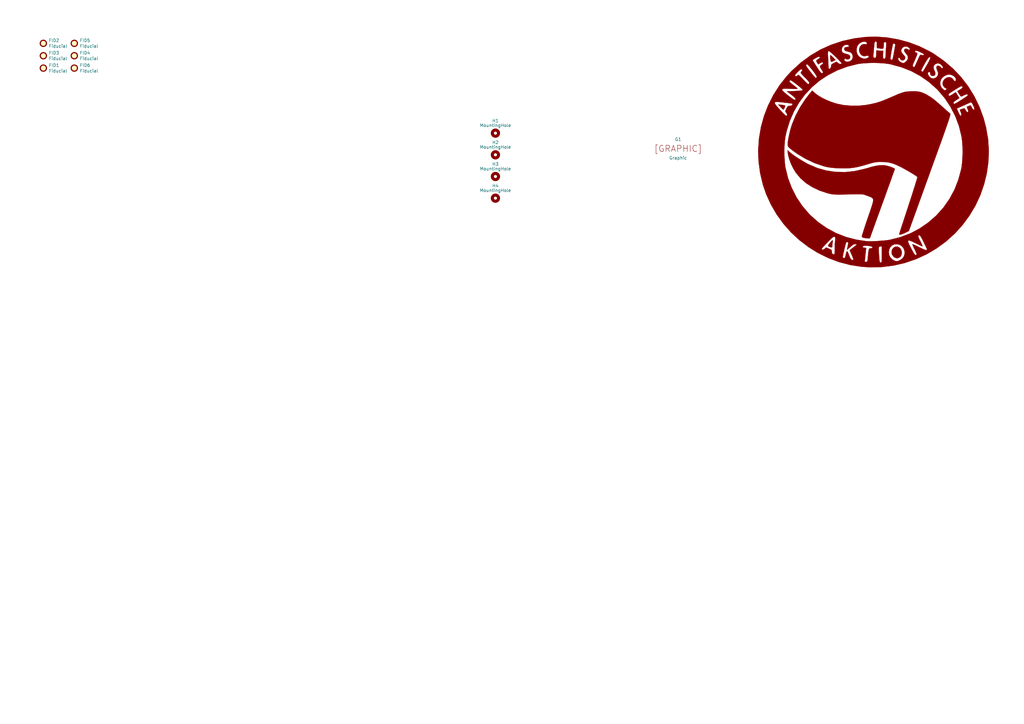
<source format=kicad_sch>
(kicad_sch (version 20211123) (generator eeschema)
  (paper "A3")
  (title_block (date "2021-05-31") (rev "1") (company "Aki"))
  (lib_symbols
    (symbol "Mechanical:Fiducial"
      (property "Reference" "FID" (at 0 5.08 0))
      (property "Value" "Fiducial" (at 0 3.175 0))
      (symbol "Fiducial_0_1"
        (circle (center 0 0) (radius 1.27) (stroke (width 0.508)) (fill (type background)))
      )
    )
    (symbol "Mechanical:MountingHole" (pin_names (offset 1.016))
      (property "Reference" "H" (at 0 5.08 0))
      (property "Value" "MountingHole" (at 0 3.175 0))
      (symbol "MountingHole_0_1"
        (circle (center 0 0) (radius 1.27) (stroke (width 1.27)))
      )
    )
    (symbol "lethalbit-graphics:Antifaschistische_Aktion" (pin_names (offset 1.016))
      (property "Reference" "G" (at -1.27 3.81 0))
      (property "Value" "Antifaschistische_Aktion" (at -1.27 3.81 0))
      (symbol "Antifaschistische_Aktion_1_1"
        (polyline (pts (xy -36.7792 -32.2326) (xy -36.5506 -31.9278) (xy -36.2966 -31.3944) (xy -36.1442 -30.8864) (xy -36.1442 -30.5816) (xy -36.2966 -30.5054) (xy -36.8554 -30.4038) (xy -37.6428 -30.3022) (xy -38.989 -30.1498) (xy -37.9984 -31.1912) (xy -37.5666 -31.6484) (xy -37.084 -32.0802) (xy -36.83 -32.258) (xy -36.7792 -32.2326)) (stroke (width 0.0254)) (fill (type outline)))
        (polyline (pts (xy -16.8656 -12.5984) (xy -16.2306 -12.2936) (xy -15.4432 -11.8872) (xy -16.4084 -10.8966) (xy -16.8148 -10.4902) (xy -17.2974 -10.0584) (xy -17.5768 -9.906) (xy -17.6276 -9.9822) (xy -17.653 -10.414) (xy -17.6022 -11.0998) (xy -17.526 -11.7856) (xy -17.399 -12.3698) (xy -17.3482 -12.4968) (xy -17.1958 -12.6492) (xy -16.8656 -12.5984)) (stroke (width 0.0254)) (fill (type outline)))
        (polyline (pts (xy 10.3886 -93.1164) (xy 11.1506 -92.6592) (xy 11.5316 -92.0242) (xy 11.7348 -91.0844) (xy 11.6078 -90.0938) (xy 11.176 -89.2302) (xy 10.4902 -88.6714) (xy 9.8552 -88.4428) (xy 9.0424 -88.4682) (xy 8.255 -88.9508) (xy 7.747 -89.662) (xy 7.5184 -90.6526) (xy 7.6962 -91.6432) (xy 8.2804 -92.5322) (xy 8.636 -92.837) (xy 9.4996 -93.1926) (xy 10.3886 -93.1164)) (stroke (width 0.0254)) (fill (type outline)))
        (polyline (pts (xy -16.8148 -88.5698) (xy -16.764 -87.9348) (xy -16.764 -87.8586) (xy -16.7132 -87.0458) (xy -16.6116 -86.4108) (xy -16.5608 -86.0552) (xy -16.6878 -85.852) (xy -16.7386 -85.8774) (xy -17.0688 -86.1568) (xy -17.526 -86.6648) (xy -18.034 -87.2744) (xy -18.3896 -87.7824) (xy -18.542 -88.1126) (xy -18.3642 -88.3158) (xy -17.8562 -88.5698) (xy -17.399 -88.7222) (xy -16.9672 -88.7984) (xy -16.8148 -88.5698)) (stroke (width 0.0254)) (fill (type outline)))
        (polyline (pts (xy 3.7338 -70.9168) (xy 4.6228 -68.5038) (xy 5.4864 -66.0654) (xy 6.2992 -63.8302) (xy 7.0358 -61.8236) (xy 7.6454 -60.071) (xy 8.1534 -58.6232) (xy 8.5598 -57.5564) (xy 8.7884 -56.8452) (xy 8.89 -56.5912) (xy 8.8138 -56.4896) (xy 8.382 -56.2356) (xy 7.6708 -55.9308) (xy 6.7818 -55.6006) (xy 5.842 -55.3466) (xy 5.0038 -55.1434) (xy 4.0894 -55.0672) (xy 2.8194 -55.0672) (xy 1.3462 -55.2704) (xy -0.381 -55.6514) (xy -2.4638 -56.261) (xy -3.3782 -56.515) (xy -7.493 -57.4548) (xy -11.5062 -57.8866) (xy -15.3924 -57.8104) (xy -19.2024 -57.2516) (xy -22.9108 -56.2102) (xy -26.543 -54.6608) (xy -27.0002 -54.4322) (xy -28.5242 -53.5686) (xy -30.1498 -52.578) (xy -31.75 -51.562) (xy -33.147 -50.5714) (xy -34.2138 -49.7078) (xy -35.1536 -48.895) (xy -34.9758 -50.3936) (xy -34.8488 -51.1048) (xy -34.3916 -52.7304) (xy -33.7312 -54.483) (xy -32.8676 -56.261) (xy -31.9024 -57.8612) (xy -31.6484 -58.2422) (xy -29.7942 -60.452) (xy -27.5336 -62.4332) (xy -24.892 -64.1096) (xy -21.9202 -65.5066) (xy -18.669 -66.5734) (xy -18.1356 -66.7004) (xy -17.2212 -66.9036) (xy -16.3576 -67.0306) (xy -15.367 -67.0814) (xy -14.1732 -67.1068) (xy -12.573 -67.0814) (xy -10.8712 -67.056) (xy -8.9408 -67.0052) (xy -7.4168 -66.9798) (xy -5.3086 -66.9798) (xy -4.6228 -67.0052) (xy -4.0894 -67.056) (xy -3.683 -67.1576) (xy -3.302 -67.2846) (xy -2.8956 -67.437) (xy -2.3876 -67.6148) (xy -1.8034 -67.8434) (xy -1.1176 -68.0974) (xy -0.5842 -68.3514) (xy -0.254 -68.6308) (xy -0.0508 -69.0118) (xy 0 -69.5198) (xy -0.127 -70.2564) (xy -0.4064 -71.2724) (xy -0.8382 -72.5932) (xy -1.397 -74.2696) (xy -2.1336 -76.4032) (xy -2.3876 -77.1398) (xy -2.9972 -78.9432) (xy -3.5306 -80.5688) (xy -3.9878 -81.9912) (xy -4.3434 -83.1088) (xy -4.572 -83.8708) (xy -4.6736 -84.2264) (xy -4.5212 -84.6074) (xy -3.937 -84.836) (xy -3.1496 -84.963) (xy -2.286 -85.0392) (xy -1.397 -85.09) (xy 3.7338 -70.9168)) (stroke (width 0.0254)) (fill (type outline)))
        (polyline (pts (xy 12.0396 -83.2612) (xy 13.1064 -82.804) (xy 14.6304 -82.042) (xy 23.2918 -58.0898) (xy 24.6634 -54.2798) (xy 25.9334 -50.8) (xy 27.0256 -47.752) (xy 27.9908 -45.1104) (xy 28.8036 -42.8244) (xy 29.4894 -40.8686) (xy 30.0736 -39.2176) (xy 30.5308 -37.8714) (xy 30.9118 -36.7792) (xy 31.1912 -35.8902) (xy 31.3944 -35.2298) (xy 31.5214 -34.7218) (xy 31.5976 -34.3408) (xy 31.5976 -34.1122) (xy 31.5722 -33.9344) (xy 31.5214 -33.8328) (xy 31.4452 -33.782) (xy 31.3436 -33.6804) (xy 30.861 -33.274) (xy 30.099 -32.6136) (xy 29.1592 -31.7754) (xy 28.1432 -30.861) (xy 27.813 -30.5562) (xy 26.0604 -29.0322) (xy 24.5364 -27.7876) (xy 23.1648 -26.8478) (xy 21.8948 -26.0858) (xy 20.5994 -25.4762) (xy 19.8882 -25.1968) (xy 19.1516 -24.9682) (xy 18.3896 -24.8412) (xy 17.4244 -24.765) (xy 15.9766 -24.765) (xy 14.9352 -24.7904) (xy 14.0208 -24.8412) (xy 13.1826 -24.9428) (xy 12.2936 -25.1714) (xy 11.303 -25.5016) (xy 10.1092 -25.9588) (xy 8.636 -26.5938) (xy 6.7818 -27.4066) (xy 6.35 -27.5844) (xy 4.318 -28.448) (xy 2.54 -29.083) (xy 0.8382 -29.591) (xy -0.9652 -29.9974) (xy -2.9972 -30.353) (xy -3.0734 -30.3784) (xy -5.9944 -30.6578) (xy -9.0678 -30.6578) (xy -12.0904 -30.4038) (xy -14.859 -29.845) (xy -15.6718 -29.6164) (xy -17.526 -28.9814) (xy -19.4056 -28.194) (xy -21.1328 -27.3304) (xy -22.6314 -26.416) (xy -23.7744 -25.5778) (xy -25.019 -24.4348) (xy -26.3906 -26.1112) (xy -27.8638 -28.0162) (xy -29.9974 -31.2674) (xy -31.8008 -34.671) (xy -33.2232 -38.1) (xy -33.528 -38.989) (xy -34.0106 -40.6146) (xy -34.417 -42.291) (xy -34.7472 -43.8912) (xy -34.9758 -45.2882) (xy -35.052 -46.3296) (xy -35.052 -46.482) (xy -35.0266 -46.9646) (xy -34.8996 -47.371) (xy -34.5948 -47.752) (xy -34.036 -48.26) (xy -33.147 -48.9458) (xy -31.1658 -50.3936) (xy -27.6098 -52.5272) (xy -23.9014 -54.2544) (xy -20.1168 -55.5244) (xy -19.304 -55.7276) (xy -18.161 -55.9562) (xy -16.9418 -56.1086) (xy -15.5194 -56.2356) (xy -13.716 -56.3118) (xy -11.7348 -56.3372) (xy -9.8552 -56.2864) (xy -8.128 -56.1086) (xy -6.35 -55.7784) (xy -4.4196 -55.2958) (xy -2.159 -54.6354) (xy -0.7874 -54.229) (xy 0.3048 -53.975) (xy 1.2446 -53.7972) (xy 2.2352 -53.721) (xy 3.429 -53.721) (xy 4.699 -53.7464) (xy 6.2738 -53.9242) (xy 7.7724 -54.2798) (xy 9.3472 -54.864) (xy 11.176 -55.7276) (xy 11.7348 -56.007) (xy 12.827 -56.6166) (xy 13.9954 -57.277) (xy 15.1892 -57.9628) (xy 16.2814 -58.6232) (xy 17.1958 -59.2074) (xy 17.8308 -59.6392) (xy 18.1356 -59.8932) (xy 18.0594 -60.1726) (xy 17.8816 -60.9092) (xy 17.526 -62.0014) (xy 17.0942 -63.4492) (xy 16.5354 -65.1764) (xy 15.9258 -67.1576) (xy 15.2146 -69.3166) (xy 14.4526 -71.628) (xy 14.4526 -71.6788) (xy 13.6906 -73.9902) (xy 12.9794 -76.1492) (xy 12.3444 -78.1304) (xy 11.7602 -79.8576) (xy 11.303 -81.28) (xy 10.9474 -82.3722) (xy 10.7442 -83.0834) (xy 10.668 -83.3628) (xy 10.7696 -83.5152) (xy 11.2522 -83.5152) (xy 12.0396 -83.2612)) (stroke (width 0.0254)) (fill (type outline)))
        (polyline (pts (xy 3.5814 -96.8248) (xy 8.3566 -96.2152) (xy 13.0048 -95.1484) (xy 17.526 -93.599) (xy 21.8694 -91.6178) (xy 26.0096 -89.1794) (xy 29.8958 -86.3346) (xy 33.528 -83.058) (xy 36.6268 -79.629) (xy 39.4716 -75.7682) (xy 41.91 -71.7042) (xy 43.9166 -67.4116) (xy 45.466 -62.9666) (xy 46.5836 -58.42) (xy 47.244 -53.7464) (xy 47.4218 -49.0474) (xy 47.117 -44.323) (xy 46.3042 -39.6494) (xy 45.2882 -35.7632) (xy 43.5864 -31.1404) (xy 41.4782 -26.7716) (xy 38.9382 -22.6568) (xy 35.9918 -18.8468) (xy 32.639 -15.3416) (xy 28.9052 -12.1666) (xy 24.8158 -9.3218) (xy 23.0378 -8.2804) (xy 18.9484 -6.2738) (xy 14.6304 -4.6482) (xy 10.1854 -3.4544) (xy 5.6388 -2.667) (xy 1.1176 -2.3368) (xy -3.3274 -2.4892) (xy -7.747 -3.048) (xy -12.5984 -4.1148) (xy -17.1958 -5.6388) (xy -21.5646 -7.5946) (xy -21.6916 -7.6708) (xy -12.9286 -7.6708) (xy -12.7254 -6.7818) (xy -12.192 -6.096) (xy -11.43 -5.6896) (xy -10.541 -5.6896) (xy -10.0838 -5.8928) (xy -9.906 -6.1976) (xy -10.16 -6.477) (xy -10.795 -6.604) (xy -10.9728 -6.604) (xy -11.557 -6.731) (xy -11.8364 -7.112) (xy -11.8364 -7.1882) (xy -11.811 -7.7724) (xy -11.3284 -8.2042) (xy -10.7696 -8.3566) (xy -6.8326 -8.3566) (xy -6.8072 -7.2136) (xy -6.4516 -6.1214) (xy -5.7912 -5.2324) (xy -4.7752 -4.5974) (xy -4.1402 -4.4196) (xy -3.3274 -4.3942) (xy -2.7686 -4.6228) (xy -2.54 -5.0546) (xy -2.5908 -5.3086) (xy -2.8194 -5.461) (xy -3.4036 -5.4102) (xy -4.0894 -5.4102) (xy -4.8768 -5.7912) (xy -5.4356 -6.477) (xy -5.7658 -7.366) (xy -5.7404 -8.3566) (xy -5.3594 -9.3218) (xy -4.699 -10.033) (xy -3.7846 -10.3632) (xy -2.7686 -10.2108) (xy -2.5654 -10.1346) (xy -2.1336 -10.0838) (xy -1.9304 -10.3378) (xy 0.0508 -10.3378) (xy 0.1016 -9.5504) (xy 0.1778 -8.636) (xy 0.2794 -7.4422) (xy 0.381 -6.2738) (xy 0.4064 -6.096) (xy 0.4826 -5.1562) (xy 0.6096 -4.6228) (xy 0.762 -4.3688) (xy 1.016 -4.318) (xy 1.1684 -4.318) (xy 1.397 -4.4704) (xy 1.4986 -4.8768) (xy 1.524 -5.6642) (xy 1.524 -7.0358) (xy 2.6924 -7.1882) (xy 3.0226 -7.239) (xy 3.7084 -7.2644) (xy 4.0894 -7.2136) (xy 4.1656 -7.0866) (xy 4.2672 -6.5786) (xy 4.318 -5.8166) (xy 4.318 -5.4102) (xy 4.3688 -4.8514) (xy 4.5466 -4.6228) (xy 4.8768 -4.5466) (xy 4.9022 -4.572) (xy 5.1562 -4.572) (xy 5.3086 -4.7244) (xy 5.3848 -5.0546) (xy 5.3594 -5.715) (xy 5.2832 -6.7818) (xy 5.2578 -7.0358) (xy 5.1816 -8.255) (xy 5.1308 -9.3726) (xy 5.08 -10.2108) (xy 5.08 -10.5664) (xy 4.953 -11.176) (xy 4.8768 -11.2522) (xy 7.0612 -11.2522) (xy 7.112 -10.6934) (xy 7.239 -9.8044) (xy 7.4676 -8.4836) (xy 7.493 -8.3312) (xy 7.7216 -7.1374) (xy 7.9248 -6.1468) (xy 8.0772 -5.461) (xy 8.1788 -5.1816) (xy 8.3058 -5.1308) (xy 8.7376 -5.2324) (xy 8.9916 -5.4102) (xy 9.0424 -5.9182) (xy 8.9916 -6.1722) (xy 8.8392 -6.8834) (xy 8.6868 -7.874) (xy 8.4836 -9.017) (xy 8.3566 -9.7536) (xy 8.1534 -10.7188) (xy 8.0264 -11.303) (xy 10.2362 -11.303) (xy 10.4394 -10.9982) (xy 10.7696 -10.9728) (xy 11.0236 -11.4046) (xy 11.1506 -11.6332) (xy 11.6078 -12.0396) (xy 12.192 -12.0904) (xy 12.7508 -11.8364) (xy 13.1064 -11.2522) (xy 13.1318 -10.8204) (xy 12.9032 -10.3124) (xy 12.3444 -9.6774) (xy 11.938 -9.2202) (xy 11.5062 -8.4582) (xy 11.5062 -7.747) (xy 11.938 -7.0104) (xy 12.192 -6.731) (xy 13.0048 -6.3754) (xy 13.8684 -6.4008) (xy 14.6812 -6.8834) (xy 15.0114 -7.2898) (xy 15.0622 -7.6454) (xy 14.732 -7.747) (xy 14.1478 -7.493) (xy 14.0716 -7.4422) (xy 13.4112 -7.239) (xy 12.9286 -7.3914) (xy 12.7 -7.8232) (xy 12.7762 -8.4074) (xy 13.2334 -9.017) (xy 13.2842 -9.0932) (xy 14.0462 -10.033) (xy 14.3002 -10.9474) (xy 14.0462 -11.8364) (xy 13.3096 -12.6492) (xy 13.2588 -12.7) (xy 12.7254 -13.0556) (xy 12.3444 -13.1826) (xy 12.0396 -13.1318) (xy 11.3284 -12.827) (xy 10.6934 -12.3444) (xy 10.287 -11.7856) (xy 10.2362 -11.303) (xy 8.0264 -11.303) (xy 8.001 -11.4046) (xy 7.8994 -11.684) (xy 7.7724 -11.7602) (xy 7.3152 -11.7348) (xy 7.239 -11.7094) (xy 7.112 -11.557) (xy 7.0612 -11.2522) (xy 4.8768 -11.2522) (xy 4.6736 -11.4046) (xy 4.191 -11.2776) (xy 4.064 -11.0744) (xy 4.0132 -10.4902) (xy 4.0132 -9.652) (xy 4.0894 -8.128) (xy 3.0734 -8.128) (xy 2.921 -8.1026) (xy 2.159 -8.0518) (xy 1.524 -7.9248) (xy 1.3462 -8.0518) (xy 1.27 -8.4836) (xy 1.27 -9.3472) (xy 1.2192 -10.2362) (xy 1.0922 -10.8458) (xy 0.8128 -11.0744) (xy 0.381 -10.9982) (xy 0.3556 -10.9982) (xy 0.127 -10.795) (xy 0.0508 -10.3378) (xy -1.9304 -10.3378) (xy -1.905 -10.414) (xy -1.8288 -10.6934) (xy -1.9812 -10.8712) (xy -2.4638 -11.1252) (xy -2.8194 -11.2776) (xy -3.8608 -11.3792) (xy -5.0292 -10.9982) (xy -5.8674 -10.3886) (xy -6.5278 -9.4488) (xy -6.8326 -8.3566) (xy -10.7696 -8.3566) (xy -10.3632 -8.4582) (xy -10.2616 -8.4582) (xy -9.2456 -8.8138) (xy -8.6106 -9.4742) (xy -8.382 -10.414) (xy -8.4582 -11.176) (xy -8.763 -11.8364) (xy -9.4234 -12.319) (xy -9.9314 -12.5222) (xy -10.795 -12.6492) (xy -11.557 -12.3444) (xy -11.8618 -11.9888) (xy -11.7602 -11.557) (xy -11.557 -11.303) (xy -11.3284 -11.3792) (xy -11.049 -11.6078) (xy -10.4648 -11.684) (xy -9.8806 -11.5316) (xy -9.525 -11.176) (xy -9.4742 -10.3632) (xy -9.8298 -9.8044) (xy -10.6426 -9.4996) (xy -11.0744 -9.4234) (xy -12.0142 -9.144) (xy -12.5984 -8.763) (xy -12.8778 -8.2042) (xy -12.9286 -7.6708) (xy -21.6916 -7.6708) (xy -24.5618 -9.3726) (xy -18.5928 -9.3726) (xy -18.5674 -8.7376) (xy -18.4912 -8.382) (xy -18.3134 -8.2296) (xy -18.0594 -8.3058) (xy -17.4498 -8.7376) (xy -16.5862 -9.4996) (xy -15.4686 -10.5664) (xy -14.3002 -11.7348) (xy -13.6144 -12.4714) (xy -13.1318 -13.0048) (xy -12.954 -13.2334) (xy -13.0302 -13.4112) (xy -13.3604 -13.5636) (xy -13.8938 -13.462) (xy -14.4018 -13.1572) (xy -15.0114 -12.5984) (xy -16.1544 -13.1318) (xy -16.9164 -13.589) (xy -17.2212 -13.9446) (xy -17.272 -14.4526) (xy -17.3736 -14.986) (xy -17.78 -15.494) (xy -17.9324 -15.5448) (xy -18.1864 -15.5956) (xy -18.288 -15.3416) (xy -18.3388 -14.6558) (xy -18.3388 -14.3256) (xy -18.3896 -13.3858) (xy -18.4404 -12.2174) (xy -18.5166 -10.9728) (xy -18.542 -10.414) (xy -18.5928 -9.3726) (xy -24.5618 -9.3726) (xy -25.7048 -10.033) (xy -28.321 -11.9634) (xy -24.892 -11.9634) (xy -23.6474 -11.176) (xy -23.3426 -10.9982) (xy -22.5298 -10.5918) (xy -22.0218 -10.5664) (xy -21.844 -10.922) (xy -21.8694 -10.9474) (xy -22.098 -11.2268) (xy -22.606 -11.557) (xy -22.8092 -11.6586) (xy -23.2664 -12.0142) (xy -23.3172 -12.446) (xy -22.9616 -13.081) (xy -22.5552 -13.716) (xy -21.7424 -13.208) (xy -21.3106 -12.954) (xy -20.9042 -12.8524) (xy -20.6248 -13.0302) (xy -20.5486 -13.1318) (xy -20.6248 -13.4366) (xy -21.1074 -13.7922) (xy -21.59 -14.1224) (xy -21.8186 -14.5034) (xy -21.6916 -15.0368) (xy -21.209 -15.7988) (xy -21.0566 -16.0528) (xy -20.7264 -16.6116) (xy -20.574 -16.9672) (xy -20.6248 -17.0942) (xy -20.955 -17.3482) (xy -21.0058 -17.3482) (xy -21.1836 -17.2974) (xy -21.463 -17.0688) (xy -21.844 -16.6116) (xy -22.3774 -15.875) (xy -23.0886 -14.7828) (xy -24.0284 -13.3096) (xy -24.892 -11.9634) (xy -28.321 -11.9634) (xy -29.6164 -12.9032) (xy -30.8102 -13.9954) (xy -27.5082 -13.9954) (xy -27.3812 -13.7922) (xy -27.3304 -13.7414) (xy -27.1272 -13.6906) (xy -26.8478 -13.843) (xy -26.4414 -14.2748) (xy -25.8318 -14.986) (xy -24.9682 -16.0528) (xy -24.765 -16.3068) (xy -23.9268 -17.4244) (xy -23.4188 -18.2118) (xy -23.1648 -18.6944) (xy -23.1902 -18.9738) (xy -23.3172 -19.1262) (xy -23.5966 -19.304) (xy -23.8506 -19.05) (xy -24.3332 -18.4912) (xy -24.9936 -17.7038) (xy -25.7556 -16.7386) (xy -26.0604 -16.3322) (xy -26.797 -15.367) (xy -27.2542 -14.7066) (xy -27.4828 -14.2748) (xy -27.5082 -13.9954) (xy -30.8102 -13.9954) (xy -33.2994 -16.2306) (xy -35.2552 -18.3134) (xy -32.0548 -18.3134) (xy -32.004 -18.0086) (xy -31.6484 -17.5514) (xy -30.9626 -16.8402) (xy -30.5562 -16.4338) (xy -29.9466 -15.9004) (xy -29.5656 -15.7226) (xy -29.2862 -15.7734) (xy -29.2354 -15.8242) (xy -29.083 -16.1036) (xy -29.337 -16.4846) (xy -29.5656 -16.7894) (xy -29.718 -17.1704) (xy -29.6418 -17.3228) (xy -29.2354 -17.8054) (xy -28.6258 -18.4912) (xy -27.7114 -19.4056) (xy -26.8732 -20.2692) (xy -26.3906 -20.8534) (xy -26.162 -21.2598) (xy -26.2128 -21.4884) (xy -26.3652 -21.6662) (xy -26.6954 -21.844) (xy -26.8224 -21.7424) (xy -27.2542 -21.3614) (xy -27.8892 -20.7264) (xy -28.6512 -19.939) (xy -29.1846 -19.3802) (xy -29.8704 -18.669) (xy -30.4038 -18.1864) (xy -30.6832 -18.034) (xy -30.861 -18.0848) (xy -31.2674 -18.415) (xy -31.5722 -18.6436) (xy -31.9278 -18.4912) (xy -32.0548 -18.3134) (xy -35.2552 -18.3134) (xy -35.433 -18.4912) (xy -38.4302 -22.2758) (xy -39.5986 -24.13) (xy -37.3634 -24.13) (xy -37.2872 -23.9268) (xy -37.1348 -23.7998) (xy -36.8046 -23.6728) (xy -36.2204 -23.6474) (xy -35.306 -23.6474) (xy -33.9852 -23.7236) (xy -32.8422 -23.7744) (xy -31.877 -23.7744) (xy -31.242 -23.749) (xy -31.0134 -23.6982) (xy -31.0388 -23.622) (xy -31.3944 -23.2664) (xy -32.004 -22.7584) (xy -32.8168 -22.1234) (xy -33.274 -21.7424) (xy -33.9598 -21.209) (xy -34.29 -20.8534) (xy -34.3662 -20.5994) (xy -34.2392 -20.3708) (xy -34.163 -20.32) (xy -33.9598 -20.2438) (xy -33.6296 -20.32) (xy -33.147 -20.6248) (xy -32.4104 -21.1582) (xy -31.3436 -21.971) (xy -31.2674 -22.0218) (xy -30.3276 -22.7838) (xy -29.5402 -23.4696) (xy -29.0322 -23.9522) (xy -28.829 -24.2062) (xy -28.9306 -24.3078) (xy -29.4894 -24.4348) (xy -30.5562 -24.5364) (xy -32.131 -24.638) (xy -35.433 -24.765) (xy -33.5788 -26.162) (xy -33.1978 -26.4668) (xy -32.4612 -27.1018) (xy -31.9786 -27.6098) (xy -31.8262 -27.9146) (xy -31.9024 -28.1178) (xy -32.0802 -28.2702) (xy -32.4358 -28.194) (xy -32.9946 -27.8638) (xy -33.8328 -27.2542) (xy -35.0012 -26.3652) (xy -35.2298 -26.1874) (xy -36.2204 -25.3746) (xy -36.8808 -24.7904) (xy -37.2618 -24.384) (xy -37.3634 -24.13) (xy -39.5986 -24.13) (xy -40.9702 -26.2636) (xy -42.545 -29.4132) (xy -40.4114 -29.4132) (xy -40.132 -29.1592) (xy -39.4208 -29.083) (xy -38.227 -29.1592) (xy -36.576 -29.3624) (xy -36.2204 -29.4132) (xy -35.0266 -29.5402) (xy -34.036 -29.6926) (xy -33.3502 -29.7688) (xy -33.0962 -29.8196) (xy -33.0708 -29.9212) (xy -33.1724 -30.3022) (xy -33.4772 -30.5816) (xy -34.2138 -30.734) (xy -34.4424 -30.734) (xy -34.8996 -30.8356) (xy -35.2552 -31.1658) (xy -35.6108 -31.8516) (xy -35.8394 -32.3088) (xy -36.0172 -32.8168) (xy -35.9918 -33.147) (xy -35.7378 -33.4518) (xy -35.4838 -33.8582) (xy -35.306 -34.3408) (xy -35.3568 -34.6456) (xy -35.5092 -34.8234) (xy -35.8394 -34.6964) (xy -36.3728 -34.2646) (xy -37.1602 -33.4772) (xy -38.227 -32.3342) (xy -38.8366 -31.6738) (xy -39.7256 -30.6324) (xy -40.259 -29.8704) (xy -40.4114 -29.4132) (xy -42.545 -29.4132) (xy -43.1038 -30.5054) (xy -44.8056 -34.8996) (xy -46.0502 -39.4462) (xy -46.8376 -44.0944) (xy -47.1678 -48.7934) (xy -47.1678 -49.3776) (xy -36.449 -49.3776) (xy -36.3982 -47.117) (xy -36.2458 -45.0342) (xy -35.9918 -43.307) (xy -35.5346 -41.1988) (xy -34.2392 -37.0078) (xy -32.5374 -33.0708) (xy -30.4292 -29.4132) (xy -27.94 -26.0604) (xy -25.0952 -23.0378) (xy -21.9202 -20.3454) (xy -18.415 -18.0594) (xy -14.6304 -16.129) (xy -10.5664 -14.605) (xy -6.223 -13.5382) (xy -5.842 -13.462) (xy -4.0132 -13.2588) (xy -1.8796 -13.1318) (xy 0.4064 -13.081) (xy 2.6924 -13.1572) (xy 4.8006 -13.3096) (xy 6.604 -13.5636) (xy 7.3406 -13.716) (xy 8.9154 -14.1478) (xy 16.2052 -14.1478) (xy 16.3322 -13.6906) (xy 16.637 -12.954) (xy 17.145 -11.8364) (xy 17.2212 -11.6332) (xy 17.7292 -10.4648) (xy 18.0086 -9.6774) (xy 18.0848 -9.1948) (xy 17.9578 -8.9408) (xy 17.5006 -8.8646) (xy 17.145 -8.6106) (xy 17.2212 -8.1534) (xy 17.272 -8.1026) (xy 17.5768 -8.0518) (xy 18.1864 -8.2042) (xy 19.1262 -8.6106) (xy 19.2278 -8.6614) (xy 20.0406 -9.0424) (xy 20.5994 -9.3726) (xy 20.828 -9.5758) (xy 20.8026 -9.7536) (xy 20.5232 -10.0076) (xy 19.8882 -9.8806) (xy 19.6342 -9.8044) (xy 19.3802 -9.8298) (xy 19.1262 -10.0838) (xy 18.8214 -10.668) (xy 18.3896 -11.6078) (xy 18.288 -11.8618) (xy 17.8308 -12.8524) (xy 17.4498 -13.716) (xy 17.1958 -14.2748) (xy 17.018 -14.6304) (xy 16.764 -14.8336) (xy 16.4338 -14.6558) (xy 16.383 -14.6304) (xy 16.2306 -14.4272) (xy 16.2052 -14.1478) (xy 8.9154 -14.1478) (xy 11.5316 -14.859) (xy 15.4686 -16.4084) (xy 19.7358 -16.4084) (xy 19.7612 -16.0782) (xy 19.9898 -15.5448) (xy 20.4216 -14.6812) (xy 21.082 -13.4874) (xy 21.2598 -13.1572) (xy 21.9964 -11.9634) (xy 22.5298 -11.176) (xy 22.9362 -10.7696) (xy 23.241 -10.6934) (xy 23.4696 -10.8966) (xy 23.495 -10.922) (xy 23.3934 -11.2522) (xy 23.0886 -11.938) (xy 22.6314 -12.8778) (xy 22.0218 -13.9446) (xy 21.9456 -14.0716) (xy 21.336 -15.113) (xy 20.828 -15.9512) (xy 20.4724 -16.5354) (xy 20.32 -16.7386) (xy 20.2184 -16.7132) (xy 19.8374 -16.51) (xy 19.7358 -16.4084) (xy 15.4686 -16.4084) (xy 15.5448 -16.4338) (xy 16.9926 -17.2212) (xy 22.4028 -17.2212) (xy 22.606 -16.9926) (xy 22.9616 -16.7894) (xy 23.2664 -16.8656) (xy 23.368 -17.3482) (xy 23.495 -17.9832) (xy 24.003 -18.415) (xy 24.7396 -18.4404) (xy 25.019 -18.3388) (xy 25.4508 -17.907) (xy 25.4762 -17.1704) (xy 25.0952 -16.1544) (xy 24.8666 -15.6464) (xy 24.7142 -14.732) (xy 25.019 -14.0208) (xy 25.7302 -13.462) (xy 25.7556 -13.462) (xy 26.6446 -13.2588) (xy 27.4828 -13.5382) (xy 28.2702 -14.2748) (xy 28.5496 -14.6812) (xy 28.6512 -15.0114) (xy 28.4226 -15.24) (xy 28.1178 -15.3162) (xy 27.813 -14.9606) (xy 27.7876 -14.8844) (xy 27.3304 -14.478) (xy 26.7208 -14.2494) (xy 26.162 -14.3256) (xy 26.1366 -14.351) (xy 25.9334 -14.8082) (xy 25.9842 -15.494) (xy 26.289 -16.256) (xy 26.6192 -17.145) (xy 26.543 -18.1102) (xy 25.9842 -18.923) (xy 25.7302 -19.1262) (xy 24.8412 -19.5072) (xy 23.9776 -19.431) (xy 23.1902 -18.923) (xy 22.5806 -18.0086) (xy 22.4282 -17.6276) (xy 22.4028 -17.2212) (xy 16.9926 -17.2212) (xy 19.304 -18.4658) (xy 22.8092 -20.9042) (xy 22.86 -20.955) (xy 27.4828 -20.955) (xy 27.8638 -19.812) (xy 28.4988 -19.0246) (xy 29.4132 -18.3642) (xy 30.4546 -17.9324) (xy 31.4452 -17.8562) (xy 32.4104 -18.161) (xy 33.1978 -18.6436) (xy 33.7312 -19.2532) (xy 33.9598 -19.8628) (xy 33.782 -20.4216) (xy 33.5534 -20.6248) (xy 33.2994 -20.5486) (xy 32.9692 -20.066) (xy 32.3088 -19.304) (xy 31.4452 -18.9484) (xy 30.353 -19.0754) (xy 30.1244 -19.1516) (xy 29.2608 -19.7358) (xy 28.6512 -20.6248) (xy 28.448 -21.6408) (xy 28.575 -22.225) (xy 28.9814 -22.8854) (xy 29.4894 -23.3934) (xy 29.972 -23.622) (xy 30.1498 -23.6728) (xy 29.972 -24.003) (xy 29.7688 -24.1808) (xy 29.4386 -24.3332) (xy 29.0322 -24.1808) (xy 28.4226 -23.6728) (xy 27.9908 -23.1902) (xy 27.5336 -22.1234) (xy 27.4828 -20.955) (xy 22.86 -20.955) (xy 26.0096 -23.749) (xy 26.543 -24.2824) (xy 28.1432 -26.1874) (xy 30.861 -26.1874) (xy 31.0896 -25.7556) (xy 31.8008 -25.2222) (xy 32.4866 -24.7904) (xy 33.4518 -24.1808) (xy 34.4424 -23.5712) (xy 34.9758 -23.241) (xy 35.7378 -22.8092) (xy 36.195 -22.6314) (xy 36.4744 -22.7076) (xy 36.6522 -22.9616) (xy 36.6776 -23.0886) (xy 36.3982 -23.495) (xy 35.6616 -24.003) (xy 34.5186 -24.6634) (xy 35.1536 -25.7302) (xy 35.3822 -26.0604) (xy 35.7632 -26.6192) (xy 36.0426 -26.8732) (xy 36.1188 -26.8732) (xy 36.576 -26.7208) (xy 37.211 -26.3906) (xy 37.465 -26.2382) (xy 38.1508 -26.0096) (xy 38.6588 -26.0604) (xy 38.862 -26.3652) (xy 38.8366 -26.3652) (xy 38.608 -26.6192) (xy 38.0238 -27.051) (xy 37.1856 -27.6098) (xy 36.1696 -28.2702) (xy 36.068 -28.321) (xy 35.052 -28.956) (xy 34.163 -29.4894) (xy 33.5534 -29.8196) (xy 33.274 -29.972) (xy 33.147 -29.9212) (xy 32.9184 -29.5656) (xy 32.9184 -29.337) (xy 33.2486 -28.9306) (xy 34.036 -28.3972) (xy 34.5948 -28.0162) (xy 35.1028 -27.686) (xy 35.306 -27.5082) (xy 35.2298 -27.3812) (xy 34.9758 -26.924) (xy 34.5694 -26.2636) (xy 33.8582 -25.1206) (xy 32.6644 -25.8826) (xy 32.5628 -25.9588) (xy 31.8008 -26.416) (xy 31.3182 -26.6192) (xy 31.0388 -26.5684) (xy 30.8864 -26.2636) (xy 30.861 -26.1874) (xy 28.1432 -26.1874) (xy 29.3116 -27.5336) (xy 31.6738 -31.0896) (xy 32.0294 -31.8008) (xy 34.29 -31.8008) (xy 37.0078 -30.607) (xy 38.0492 -30.1498) (xy 38.989 -29.718) (xy 40.0558 -29.2608) (xy 40.2336 -29.3116) (xy 40.6146 -29.7688) (xy 41.0464 -30.607) (xy 41.2242 -31.0134) (xy 41.4782 -31.6738) (xy 41.5036 -32.0548) (xy 41.3512 -32.258) (xy 41.2242 -32.3088) (xy 40.9194 -32.1564) (xy 40.5384 -31.5468) (xy 40.4114 -31.3182) (xy 40.132 -30.7848) (xy 40.005 -30.5308) (xy 39.8526 -30.5308) (xy 39.4208 -30.6832) (xy 38.862 -30.9118) (xy 38.4048 -31.115) (xy 38.4048 -31.1404) (xy 38.5064 -31.5214) (xy 38.735 -32.1056) (xy 38.9382 -32.6644) (xy 38.989 -33.0708) (xy 38.8112 -33.2994) (xy 38.735 -33.3248) (xy 38.4048 -33.1978) (xy 38.0238 -32.6136) (xy 37.9222 -32.4612) (xy 37.592 -31.9532) (xy 37.3634 -31.75) (xy 37.2618 -31.75) (xy 36.83 -31.8516) (xy 36.2458 -32.0548) (xy 35.7632 -32.2326) (xy 35.56 -32.3596) (xy 35.56 -32.4104) (xy 35.687 -32.766) (xy 35.941 -33.3756) (xy 36.0172 -33.5534) (xy 36.1696 -34.163) (xy 36.1696 -34.544) (xy 35.9664 -34.7726) (xy 35.7632 -34.7472) (xy 35.4838 -34.417) (xy 35.1282 -33.7312) (xy 34.6456 -32.5882) (xy 34.29 -31.8008) (xy 32.0294 -31.8008) (xy 33.6296 -34.8996) (xy 35.1536 -38.9382) (xy 36.195 -43.18) (xy 36.195 -43.2308) (xy 36.4744 -45.1104) (xy 36.6268 -47.3202) (xy 36.6776 -49.6824) (xy 36.6014 -52.07) (xy 36.449 -54.2544) (xy 36.195 -56.134) (xy 36.0426 -56.8706) (xy 34.8996 -61.0616) (xy 33.3248 -65.0748) (xy 31.2928 -68.834) (xy 28.8544 -72.3392) (xy 26.0096 -75.5396) (xy 25.7556 -75.7936) (xy 22.5044 -78.613) (xy 18.9992 -81.026) (xy 15.2146 -83.0072) (xy 11.2268 -84.5312) (xy 7.0612 -85.598) (xy 6.5532 -85.6996) (xy 5.0546 -85.9028) (xy 3.3528 -86.0552) (xy 2.286 -86.1314) (xy 14.2748 -86.1314) (xy 14.5034 -85.9028) (xy 15.0876 -86.0044) (xy 16.0528 -86.4108) (xy 17.4498 -87.0712) (xy 18.4658 -87.5792) (xy 19.3548 -87.9856) (xy 19.9644 -88.2396) (xy 20.2184 -88.2904) (xy 20.2184 -88.2142) (xy 20.066 -87.7824) (xy 19.7612 -87.0458) (xy 18.8976 -85.3186) (xy 18.5928 -84.6328) (xy 18.4912 -84.2264) (xy 18.542 -83.9724) (xy 18.7452 -83.8454) (xy 18.8214 -83.7946) (xy 19.0246 -83.7946) (xy 19.2786 -84.0232) (xy 19.5834 -84.4804) (xy 20.0406 -85.2932) (xy 20.6502 -86.487) (xy 20.701 -86.6394) (xy 21.2344 -87.7316) (xy 21.6916 -88.6714) (xy 21.971 -89.3318) (xy 22.098 -89.662) (xy 21.9964 -89.8398) (xy 21.6662 -89.8652) (xy 21.0566 -89.6874) (xy 20.0914 -89.281) (xy 18.7452 -88.6206) (xy 17.8308 -88.1634) (xy 16.9418 -87.757) (xy 16.3322 -87.503) (xy 16.0782 -87.4522) (xy 16.0782 -87.5284) (xy 16.2306 -87.9602) (xy 16.5354 -88.6968) (xy 16.9926 -89.6112) (xy 17.3482 -90.3478) (xy 17.6784 -91.0844) (xy 17.8054 -91.5162) (xy 17.7546 -91.7448) (xy 17.5768 -91.8972) (xy 17.5006 -91.9226) (xy 17.272 -91.9226) (xy 17.018 -91.6686) (xy 16.6878 -91.186) (xy 16.2052 -90.3478) (xy 15.5448 -89.1032) (xy 15.494 -89.027) (xy 14.8082 -87.6808) (xy 14.3764 -86.7156) (xy 14.2748 -86.1314) (xy 2.286 -86.1314) (xy 1.5494 -86.1822) (xy -0.2032 -86.2584) (xy -1.7526 -86.2584) (xy -2.921 -86.2076) (xy -7.0612 -85.5726) (xy -11.2776 -84.455) (xy -15.2654 -82.8802) (xy -19.0246 -80.8482) (xy -22.5298 -78.4098) (xy -25.781 -75.5396) (xy -26.3398 -74.9554) (xy -29.1084 -71.7042) (xy -31.4706 -68.1736) (xy -33.401 -64.3636) (xy -34.925 -60.3504) (xy -35.9664 -56.134) (xy -36.0426 -55.7276) (xy -36.2712 -53.8226) (xy -36.3982 -51.6636) (xy -36.449 -49.3776) (xy -47.1678 -49.3776) (xy -47.0154 -53.5432) (xy -46.3804 -58.2676) (xy -45.2628 -62.992) (xy -43.9166 -66.929) (xy -41.9354 -71.247) (xy -39.5732 -75.311) (xy -36.8046 -79.121) (xy -33.7058 -82.6262) (xy -30.2768 -85.8012) (xy -26.5684 -88.6206) (xy -25.273 -89.4334) (xy -21.1074 -89.4334) (xy -20.955 -89.1286) (xy -20.574 -88.646) (xy -19.8882 -87.9094) (xy -18.8976 -86.868) (xy -17.9832 -85.9282) (xy -17.1704 -85.1408) (xy -16.5608 -84.6328) (xy -16.1798 -84.4042) (xy -15.9004 -84.4042) (xy -15.7988 -84.455) (xy -15.5956 -84.6582) (xy -15.5194 -85.1154) (xy -15.5956 -85.9028) (xy -15.621 -86.0552) (xy -15.6972 -87.0204) (xy -15.748 -88.2396) (xy -15.748 -89.4588) (xy -15.7734 -90.0176) (xy -15.7988 -90.9828) (xy -15.9004 -91.5162) (xy -16.0782 -91.6686) (xy -16.4338 -91.6178) (xy -16.891 -91.2368) (xy -16.9926 -90.5256) (xy -16.9672 -90.2716) (xy -17.0434 -89.916) (xy -17.399 -89.6112) (xy -18.1102 -89.3064) (xy -19.304 -88.7984) (xy -19.8882 -89.3318) (xy -20.3454 -89.6366) (xy -20.955 -89.662) (xy -21.0566 -89.6112) (xy -21.1074 -89.4334) (xy -25.273 -89.4334) (xy -22.606 -91.0844) (xy -19.558 -92.583) (xy -12.446 -92.583) (xy -12.3698 -91.9734) (xy -12.1666 -91.0336) (xy -11.8618 -89.662) (xy -11.6586 -88.7984) (xy -11.4046 -87.7316) (xy -11.2014 -87.0712) (xy -10.9982 -86.6902) (xy -10.8204 -86.5378) (xy -10.6172 -86.5378) (xy -10.4902 -86.5886) (xy -10.2362 -86.8426) (xy -10.287 -87.4014) (xy -10.414 -88.1126) (xy -10.7696 -89.789) (xy -10.16 -89.281) (xy -10.0584 -89.2048) (xy -9.4234 -88.646) (xy -8.7376 -88.0618) (xy -8.6868 -87.9856) (xy -7.9248 -87.503) (xy -7.2136 -87.4014) (xy -6.9342 -87.4522) (xy -6.7818 -87.5284) (xy -6.858 -87.7316) (xy -7.2898 -88.0872) (xy -7.747 -88.4428) (xy -4.2672 -88.4428) (xy -4.1402 -88.2396) (xy -3.5814 -88.0618) (xy -2.5654 -88.0872) (xy -1.0922 -88.265) (xy -0.508 -88.4682) (xy -0.254 -88.773) (xy -0.4318 -89.027) (xy -0.9906 -89.154) (xy -1.0922 -89.154) (xy -1.4224 -89.1794) (xy -1.651 -89.3572) (xy -1.651 -89.3826) (xy 2.2606 -89.3826) (xy 2.3114 -88.8492) (xy 2.4384 -88.5444) (xy 2.6162 -88.4174) (xy 2.921 -88.392) (xy 3.556 -88.392) (xy 3.556 -90.7542) (xy 6.4008 -90.7542) (xy 6.5532 -89.6874) (xy 6.985 -88.7476) (xy 7.6962 -87.9856) (xy 8.6614 -87.5284) (xy 9.8552 -87.4522) (xy 10.7442 -87.6554) (xy 11.7094 -88.2396) (xy 12.4206 -89.1032) (xy 12.827 -90.1446) (xy 12.9032 -91.2368) (xy 12.6492 -92.3036) (xy 12.0396 -93.2434) (xy 11.049 -93.9546) (xy 10.3632 -94.2848) (xy 9.7028 -94.4372) (xy 9.1186 -94.361) (xy 8.382 -94.0308) (xy 7.8232 -93.6752) (xy 7.0104 -92.837) (xy 6.5278 -91.821) (xy 6.4008 -90.7542) (xy 3.556 -90.7542) (xy 3.556 -91.694) (xy 3.5306 -92.71) (xy 3.5306 -93.7514) (xy 3.4798 -94.4118) (xy 3.4036 -94.7928) (xy 3.2766 -94.9452) (xy 3.0734 -94.996) (xy 2.9464 -94.9706) (xy 2.7432 -94.8182) (xy 2.6162 -94.4626) (xy 2.54 -93.7768) (xy 2.4384 -92.6592) (xy 2.3622 -91.4908) (xy 2.286 -90.2462) (xy 2.2606 -89.3826) (xy -1.651 -89.3826) (xy -1.8034 -89.7128) (xy -1.9304 -90.3478) (xy -2.0574 -91.3384) (xy -2.1844 -92.7608) (xy -2.2352 -93.3958) (xy -2.3368 -94.1324) (xy -2.4638 -94.5388) (xy -2.667 -94.6912) (xy -2.9718 -94.742) (xy -3.048 -94.7166) (xy -3.4544 -94.615) (xy -3.4798 -94.2848) (xy -3.4544 -94.234) (xy -3.3782 -93.6752) (xy -3.2766 -92.837) (xy -3.175 -91.821) (xy -3.175 -91.5924) (xy -3.0734 -90.6018) (xy -2.9718 -89.789) (xy -2.8956 -89.3318) (xy -2.8702 -89.154) (xy -3.0226 -88.9508) (xy -3.5814 -88.9) (xy -3.8354 -88.8746) (xy -4.2418 -88.7476) (xy -4.2672 -88.4428) (xy -7.747 -88.4428) (xy -9.652 -89.916) (xy -8.763 -91.948) (xy -8.509 -92.5576) (xy -8.2296 -93.3196) (xy -8.1026 -93.726) (xy -8.1788 -93.9292) (xy -8.382 -93.98) (xy -8.382 -93.9546) (xy -8.7884 -93.8784) (xy -9.144 -93.5736) (xy -9.4996 -92.964) (xy -9.906 -91.9226) (xy -10.16 -91.313) (xy -10.4648 -90.6526) (xy -10.6934 -90.3224) (xy -10.8204 -90.3986) (xy -11.0236 -90.8558) (xy -11.2268 -91.6432) (xy -11.2776 -91.8718) (xy -11.4554 -92.6592) (xy -11.6332 -93.0656) (xy -11.8872 -93.1672) (xy -12.2682 -93.0656) (xy -12.2936 -93.0656) (xy -12.4206 -92.9132) (xy -12.446 -92.583) (xy -19.558 -92.583) (xy -18.3896 -93.1418) (xy -13.9954 -94.7928) (xy -9.4234 -95.9866) (xy -4.699 -96.7232) (xy -1.2446 -96.9264) (xy 3.5814 -96.8248)) (stroke (width 0.0254)) (fill (type outline)))
      )
    )
    (symbol "lethalbit-graphics:Graphic"
      (property "Reference" "G" (at 0 3.81 0))
      (property "Value" "Graphic" (at 0 -3.81 0))
      (symbol "Graphic_0_0"
        (text "[GRAPHIC]" (at 0 0 0) (effects (font (size 2.54 2.54))))
      )
    )
  )
  (symbol (lib_id "Mechanical:MountingHole") (at 203.2 63.5 0) (unit 1)
    (property "Reference" "H2" (at 203.2 58.42 0))
    (property "Value" "MountingHole" (at 203.2 60.325 0))
    (property "Footprint" "MountingHole:MountingHole_3.2mm_M3" (effects hide))
    (property "MFR" "N/A" (effects hide))
    (property "MPN" "N/A" (effects hide))
  )
  (symbol (lib_id "Mechanical:Fiducial") (at 17.78 22.86 0) (unit 1)
    (property "Reference" "FID3" (at 19.939 21.6916 0) (effects (justify left)))
    (property "Value" "Fiducial" (at 19.939 24.003 0) (effects (justify left)))
    (property "Footprint" "Fiducial:Fiducial_0.75mm_Mask1.5mm" (effects hide))
    (property "MFR" "N/A" (effects hide))
    (property "MPN" "N/A" (effects hide))
  )
  (symbol (lib_id "Mechanical:MountingHole") (at 203.2 54.61 0) (unit 1)
    (property "Reference" "H1" (at 203.2 49.53 0))
    (property "Value" "MountingHole" (at 203.2 51.435 0))
    (property "Footprint" "MountingHole:MountingHole_3.2mm_M3" (effects hide))
    (property "MFR" "N/A" (effects hide))
    (property "MPN" "N/A" (effects hide))
  )
  (symbol (lib_id "Mechanical:Fiducial") (at 17.78 17.78 0) (unit 1)
    (property "Reference" "FID2" (at 19.939 16.6116 0) (effects (justify left)))
    (property "Value" "Fiducial" (at 19.939 18.923 0) (effects (justify left)))
    (property "Footprint" "Fiducial:Fiducial_0.75mm_Mask1.5mm" (effects hide))
    (property "MFR" "N/A" (effects hide))
    (property "MPN" "N/A" (effects hide))
  )
  (symbol (lib_id "Mechanical:Fiducial") (at 30.48 27.94 0) (unit 1)
    (property "Reference" "FID6" (at 32.639 26.7716 0) (effects (justify left)))
    (property "Value" "Fiducial" (at 32.639 29.083 0) (effects (justify left)))
    (property "Footprint" "Fiducial:Fiducial_0.75mm_Mask1.5mm" (effects hide))
    (property "MFR" "N/A" (effects hide))
    (property "MPN" "N/A" (effects hide))
  )
  (symbol (lib_id "Mechanical:MountingHole") (at 203.2 72.39 0) (unit 1)
    (property "Reference" "H3" (at 203.2 67.31 0))
    (property "Value" "MountingHole" (at 203.2 69.215 0))
    (property "Footprint" "MountingHole:MountingHole_3.2mm_M3" (effects hide))
    (property "MFR" "N/A" (effects hide))
    (property "MPN" "N/A" (effects hide))
  )
  (symbol (lib_id "Mechanical:Fiducial") (at 30.48 22.86 0) (unit 1)
    (property "Reference" "FID4" (at 32.639 21.6916 0) (effects (justify left)))
    (property "Value" "Fiducial" (at 32.639 24.003 0) (effects (justify left)))
    (property "Footprint" "Fiducial:Fiducial_0.75mm_Mask1.5mm" (effects hide))
    (property "MFR" "N/A" (effects hide))
    (property "MPN" "N/A" (effects hide))
  )
  (symbol (lib_id "Mechanical:MountingHole") (at 203.2 81.28 0) (unit 1)
    (property "Reference" "H4" (at 203.2 76.2 0))
    (property "Value" "MountingHole" (at 203.2 78.105 0))
    (property "Footprint" "MountingHole:MountingHole_3.2mm_M3" (effects hide))
    (property "MFR" "N/A" (effects hide))
    (property "MPN" "N/A" (effects hide))
  )
  (symbol (lib_id "Mechanical:Fiducial") (at 30.48 17.78 0) (unit 1)
    (property "Reference" "FID5" (at 32.639 16.6116 0) (effects (justify left)))
    (property "Value" "Fiducial" (at 32.639 18.923 0) (effects (justify left)))
    (property "Footprint" "Fiducial:Fiducial_0.75mm_Mask1.5mm" (effects hide))
    (property "MFR" "N/A" (effects hide))
    (property "MPN" "N/A" (effects hide))
  )
  (symbol (lib_id "Mechanical:Fiducial") (at 17.78 27.94 0) (unit 1)
    (property "Reference" "FID1" (at 19.939 26.7716 0) (effects (justify left)))
    (property "Value" "Fiducial" (at 19.939 29.083 0) (effects (justify left)))
    (property "Footprint" "Fiducial:Fiducial_0.75mm_Mask1.5mm" (effects hide))
    (property "MFR" "N/A" (effects hide))
    (property "MPN" "N/A" (effects hide))
  )
  (symbol (lib_id "lethalbit-graphics:Antifaschistische_Aktion") (at 358.14 12.7 0) (unit 1)
    (property "Reference" "G2" (effects hide))
    (property "Value" "Antifaschistische_Aktion" (effects hide))
    (property "Footprint" "lethalbit-graphics:Antifaschistische Aktion_600dpi" (effects hide))
    (property "MFR" "N/A" (effects hide))
    (property "MPN" "N/A" (effects hide))
  )
  (symbol (lib_id "lethalbit-graphics:Graphic") (at 278.13 60.96 0) (unit 1)
    (property "Reference" "G1" (at 278.13 57.15 0))
    (property "Value" "Graphic" (at 278.13 64.77 0))
    (property "Footprint" "lethalbit-graphics:ran-filled" (effects hide))
    (property "MFR" "N/A" (effects hide))
    (property "MPN" "N/A" (effects hide))
  )
)
</source>
